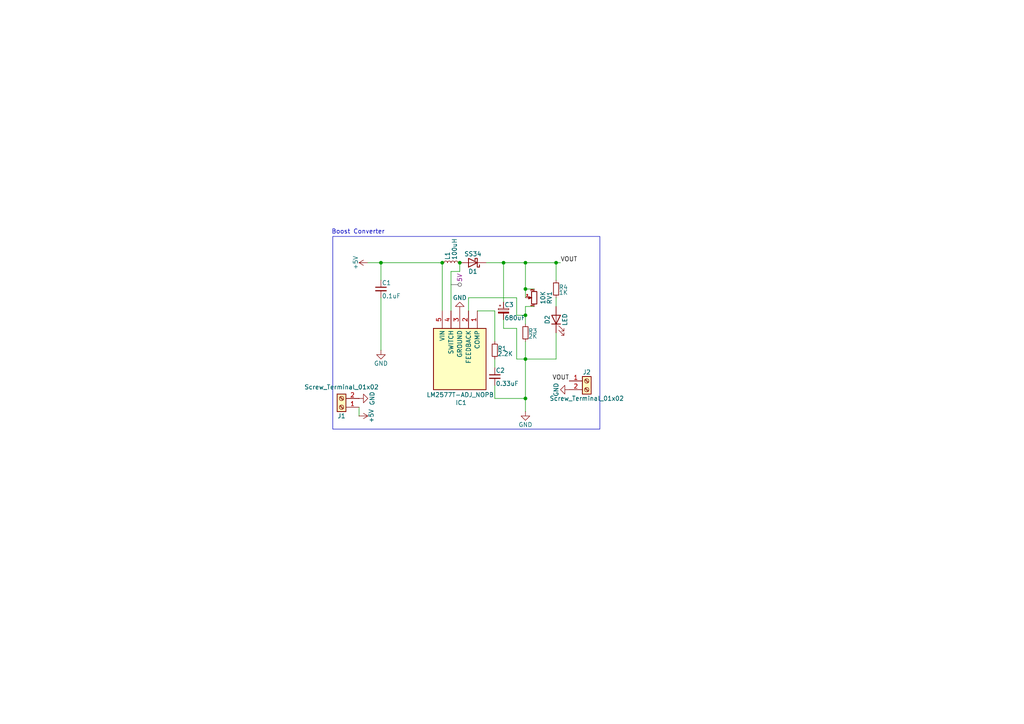
<source format=kicad_sch>
(kicad_sch (version 20231120) (generator "eeschema") (generator_version "8.0")
  (paper "A4")
  (title_block (title "PCB CN14") (date "2024-11-24"))
  (lib_symbols
    (symbol "Connector:Screw_Terminal_01x02" (pin_names (offset 1.016) hide)
      (property "Reference" "J" (at 0 2.54 0))
      (property "Value" "Screw_Terminal_01x02" (at 0 -5.08 0))
      (symbol "Screw_Terminal_01x02_1_1"
        (rectangle (start -1.27 1.27) (end 1.27 -3.81) (stroke (width 0.254)) (fill (type background)))
        (circle (center 0 -2.54) (radius 0.635) (stroke (width 0.1524)))
        (polyline (pts (xy -0.5334 -2.2098) (xy 0.3302 -3.048)) (stroke (width 0.1524)))
        (polyline (pts (xy -0.5334 0.3302) (xy 0.3302 -0.508)) (stroke (width 0.1524)))
        (polyline (pts (xy -0.3556 -2.032) (xy 0.508 -2.8702)) (stroke (width 0.1524)))
        (polyline (pts (xy -0.3556 0.508) (xy 0.508 -0.3302)) (stroke (width 0.1524)))
        (circle (center 0 0) (radius 0.635) (stroke (width 0.1524)))
        (pin passive line (at -5.08 0 0) (length 3.81) (name "Pin_1") (number "1"))
        (pin passive line (at -5.08 -2.54 0) (length 3.81) (name "Pin_2") (number "2"))
      )
    )
    (symbol "Device:C_Polarized_Small" (pin_numbers hide) (pin_names (offset 0.254) hide)
      (property "Reference" "C" (at 0.254 1.778 0))
      (property "Value" "C_Polarized_Small" (at 0.254 -2.032 0))
      (symbol "C_Polarized_Small_0_1"
        (rectangle (start -1.524 -0.3048) (end 1.524 -0.6858) (fill (type outline)))
        (rectangle (start -1.524 0.6858) (end 1.524 0.3048))
        (polyline (pts (xy -1.27 1.524) (xy -0.762 1.524)))
        (polyline (pts (xy -1.016 1.27) (xy -1.016 1.778)))
      )
      (symbol "C_Polarized_Small_1_1"
        (pin passive line (at 0 2.54 270) (length 1.8542) (name "~") (number "1"))
        (pin passive line (at 0 -2.54 90) (length 1.8542) (name "~") (number "2"))
      )
    )
    (symbol "Device:C_Small" (pin_numbers hide) (pin_names (offset 0.254) hide)
      (property "Reference" "C" (at 0.254 1.778 0))
      (property "Value" "C_Small" (at 0.254 -2.032 0))
      (symbol "C_Small_0_1"
        (polyline (pts (xy -1.524 -0.508) (xy 1.524 -0.508)) (stroke (width 0.3302)))
        (polyline (pts (xy -1.524 0.508) (xy 1.524 0.508)) (stroke (width 0.3048)))
      )
      (symbol "C_Small_1_1"
        (pin passive line (at 0 2.54 270) (length 2.032) (name "~") (number "1"))
        (pin passive line (at 0 -2.54 90) (length 2.032) (name "~") (number "2"))
      )
    )
    (symbol "Device:LED" (pin_numbers hide) (pin_names (offset 1.016) hide)
      (property "Reference" "D" (at 0 2.54 0))
      (property "Value" "LED" (at 0 -2.54 0))
      (symbol "LED_0_1"
        (polyline (pts (xy -1.27 -1.27) (xy -1.27 1.27)) (stroke (width 0.254)))
        (polyline (pts (xy -1.27 0) (xy 1.27 0)))
        (polyline (pts (xy 1.27 -1.27) (xy 1.27 1.27) (xy -1.27 0) (xy 1.27 -1.27)) (stroke (width 0.254)))
        (polyline (pts (xy -3.048 -0.762) (xy -4.572 -2.286) (xy -3.81 -2.286) (xy -4.572 -2.286) (xy -4.572 -1.524)))
        (polyline (pts (xy -1.778 -0.762) (xy -3.302 -2.286) (xy -2.54 -2.286) (xy -3.302 -2.286) (xy -3.302 -1.524)))
      )
      (symbol "LED_1_1"
        (pin passive line (at -3.81 0 0) (length 2.54) (name "K") (number "1"))
        (pin passive line (at 3.81 0 180) (length 2.54) (name "A") (number "2"))
      )
    )
    (symbol "Device:L_Small" (pin_numbers hide) (pin_names (offset 0.254) hide)
      (property "Reference" "L" (at 0.762 1.016 0))
      (property "Value" "L_Small" (at 0.762 -1.016 0))
      (symbol "L_Small_0_1"
        (arc (start 0 -2.032) (mid 0.5058 -1.524) (end 0 -1.016))
        (arc (start 0 -1.016) (mid 0.5058 -0.508) (end 0 0))
        (arc (start 0 0) (mid 0.5058 0.508) (end 0 1.016))
        (arc (start 0 1.016) (mid 0.5058 1.524) (end 0 2.032))
      )
      (symbol "L_Small_1_1"
        (pin passive line (at 0 2.54 270) (length 0.508) (name "~") (number "1"))
        (pin passive line (at 0 -2.54 90) (length 0.508) (name "~") (number "2"))
      )
    )
    (symbol "Device:R_Potentiometer_Small" (pin_names (offset 1.016) hide)
      (property "Reference" "RV" (at -4.445 0 90))
      (property "Value" "R_Potentiometer_Small" (at -2.54 0 90))
      (symbol "R_Potentiometer_Small_0_1"
        (polyline (pts (xy 0.889 0) (xy 0.635 0) (xy 1.651 0.381) (xy 1.651 -0.381) (xy 0.635 0) (xy 0.889 0)) (fill (type outline)))
        (rectangle (start 0.762 1.8034) (end -0.762 -1.8034) (stroke (width 0.254)))
      )
      (symbol "R_Potentiometer_Small_1_1"
        (pin passive line (at 0 2.54 270) (length 0.635) (name "1") (number "1"))
        (pin passive line (at 2.54 0 180) (length 0.9906) (name "2") (number "2"))
        (pin passive line (at 0 -2.54 90) (length 0.635) (name "3") (number "3"))
      )
    )
    (symbol "Device:R_Small" (pin_numbers hide) (pin_names (offset 0.254) hide)
      (property "Reference" "R" (at 0.762 0.508 0))
      (property "Value" "R_Small" (at 0.762 -1.016 0))
      (symbol "R_Small_0_1"
        (rectangle (start -0.762 1.778) (end 0.762 -1.778) (stroke (width 0.2032)))
      )
      (symbol "R_Small_1_1"
        (pin passive line (at 0 2.54 270) (length 0.762) (name "~") (number "1"))
        (pin passive line (at 0 -2.54 90) (length 0.762) (name "~") (number "2"))
      )
    )
    (symbol "Diode:1N5821" (pin_numbers hide) (pin_names (offset 1.016) hide)
      (property "Reference" "D" (at 0 2.54 0))
      (property "Value" "1N5821" (at 0 -2.54 0))
      (symbol "1N5821_0_1"
        (polyline (pts (xy 1.27 0) (xy -1.27 0)))
        (polyline (pts (xy 1.27 1.27) (xy 1.27 -1.27) (xy -1.27 0) (xy 1.27 1.27)) (stroke (width 0.254)))
        (polyline (pts (xy -1.905 0.635) (xy -1.905 1.27) (xy -1.27 1.27) (xy -1.27 -1.27) (xy -0.635 -1.27) (xy -0.635 -0.635)) (stroke (width 0.254)))
      )
      (symbol "1N5821_1_1"
        (pin passive line (at -3.81 0 0) (length 2.54) (name "K") (number "1"))
        (pin passive line (at 3.81 0 180) (length 2.54) (name "A") (number "2"))
      )
    )
    (symbol "SamacSys_Parts:LM2577T-ADJ_NOPB"
      (property "Reference" "IC" (at 24.13 7.62 0))
      (property "Value" "LM2577T-ADJ_NOPB" (at 24.13 5.08 0))
      (symbol "LM2577T-ADJ_NOPB_1_1"
        (rectangle (start 5.08 2.54) (end 22.86 -12.7) (stroke (width 0.254)) (fill (type background)))
        (pin passive line (at 0 0 0) (length 5.08) (name "COMP") (number "1"))
        (pin passive line (at 0 -2.54 0) (length 5.08) (name "FEEDBACK") (number "2"))
        (pin passive line (at 0 -5.08 0) (length 5.08) (name "GROUND") (number "3"))
        (pin passive line (at 0 -7.62 0) (length 5.08) (name "SWITCH") (number "4"))
        (pin passive line (at 0 -10.16 0) (length 5.08) (name "VIN") (number "5"))
      )
    )
    (symbol "power:+5V" (power) (pin_numbers hide) (pin_names (offset 0) hide)
      (property "Value" "+5V" (at 0 3.556 0))
      (symbol "+5V_0_1"
        (polyline (pts (xy -0.762 1.27) (xy 0 2.54)))
        (polyline (pts (xy 0 0) (xy 0 2.54)))
        (polyline (pts (xy 0 2.54) (xy 0.762 1.27)))
      )
      (symbol "+5V_1_1"
        (pin power_in line (at 0 0 90) (length 0) (name "~") (number "1"))
      )
    )
    (symbol "power:GND" (power) (pin_numbers hide) (pin_names (offset 0) hide)
      (property "Value" "GND" (at 0 -3.81 0))
      (symbol "GND_0_1"
        (polyline (pts (xy 0 0) (xy 0 -1.27) (xy 1.27 -1.27) (xy 0 -2.54) (xy -1.27 -1.27) (xy 0 -1.27)))
      )
      (symbol "GND_1_1"
        (pin power_in line (at 0 0 270) (length 0) (name "~") (number "1"))
      )
    )
  )
  (junction (at 133.35 76.2))
  (junction (at 128.27 76.2))
  (junction (at 152.4 115.57))
  (junction (at 161.29 76.2))
  (junction (at 146.05 76.2))
  (junction (at 152.4 91.44))
  (junction (at 152.4 83.82))
  (junction (at 152.4 104.14))
  (junction (at 110.49 76.2))
  (junction (at 152.4 76.2))
  (wire (pts (xy 110.49 76.2) (xy 128.27 76.2)))
  (wire (pts (xy 149.86 95.25) (xy 149.86 104.14)))
  (wire (pts (xy 146.05 76.2) (xy 146.05 87.63)))
  (wire (pts (xy 152.4 88.9) (xy 152.4 91.44)))
  (wire (pts (xy 133.35 76.2) (xy 133.35 78.74)))
  (wire (pts (xy 161.29 96.52) (xy 161.29 104.14)))
  (wire (pts (xy 149.86 104.14) (xy 152.4 104.14)))
  (wire (pts (xy 104.14 120.65) (xy 104.14 118.11)))
  (wire (pts (xy 152.4 76.2) (xy 152.4 83.82)))
  (wire (pts (xy 152.4 76.2) (xy 161.29 76.2)))
  (wire (pts (xy 143.51 90.17) (xy 138.43 90.17)))
  (wire (pts (xy 152.4 91.44) (xy 149.86 91.44)))
  (wire (pts (xy 143.51 104.14) (xy 143.51 106.68)))
  (wire (pts (xy 152.4 91.44) (xy 152.4 93.98)))
  (wire (pts (xy 140.97 76.2) (xy 146.05 76.2)))
  (wire (pts (xy 143.51 99.06) (xy 143.51 90.17)))
  (wire (pts (xy 110.49 86.36) (xy 110.49 101.6)))
  (wire (pts (xy 146.05 92.71) (xy 146.05 95.25)))
  (wire (pts (xy 149.86 86.36) (xy 135.89 86.36)))
  (wire (pts (xy 152.4 88.9) (xy 154.94 88.9)))
  (wire (pts (xy 146.05 95.25) (xy 149.86 95.25)))
  (wire (pts (xy 152.4 115.57) (xy 152.4 119.38)))
  (wire (pts (xy 152.4 104.14) (xy 152.4 115.57)))
  (wire (pts (xy 106.68 76.2) (xy 110.49 76.2)))
  (wire (pts (xy 149.86 91.44) (xy 149.86 86.36)))
  (wire (pts (xy 128.27 76.2) (xy 128.27 90.17)))
  (wire (pts (xy 152.4 83.82) (xy 152.4 86.36)))
  (wire (pts (xy 161.29 86.36) (xy 161.29 88.9)))
  (wire (pts (xy 146.05 76.2) (xy 152.4 76.2)))
  (wire (pts (xy 161.29 104.14) (xy 152.4 104.14)))
  (wire (pts (xy 161.29 76.2) (xy 161.29 81.28)))
  (wire (pts (xy 143.51 115.57) (xy 152.4 115.57)))
  (wire (pts (xy 161.29 76.2) (xy 162.56 76.2)))
  (wire (pts (xy 143.51 111.76) (xy 143.51 115.57)))
  (wire (pts (xy 152.4 83.82) (xy 154.94 83.82)))
  (wire (pts (xy 133.35 78.74) (xy 130.81 78.74)))
  (wire (pts (xy 110.49 76.2) (xy 110.49 81.28)))
  (wire (pts (xy 135.89 86.36) (xy 135.89 90.17)))
  (wire (pts (xy 130.81 78.74) (xy 130.81 90.17)))
  (wire (pts (xy 152.4 99.06) (xy 152.4 104.14)))
  (rectangle (start 96.52 68.58) (end 173.99 124.46))
  (text "Boost Converter" (at 103.886 67.31 0) (effects (font (size 1.27 1.27))))
  (label "VOUT" (at 162.56 76.2 0))
  (label "VOUT" (at 165.1 110.49 180))
  (netclass_flag "" (length 2.54) (shape round) (at 130.81 82.55 270) (property "Netclass" "5V" (at 133.35 81.8515 90) (effects (font (italic yes)) (justify left))))
  (symbol (lib_id "Connector:Screw_Terminal_01x02") (at 99.06 118.11 180) (unit 1)
    (property "Reference" "J1" (at 99.06 120.65 0))
    (property "Value" "Screw_Terminal_01x02" (at 99.06 112.268 0))
    (property "Footprint" "TerminalBlock:TerminalBlock_Xinya_XY308-2.54-2P_1x02_P2.54mm_Horizontal" (effects (hide yes)))
    (property "Description" "Generic screw terminal, single row, 01x02, script generated (kicad-library-utils/schlib/autogen/connector/)" (effects (hide yes)))
  )
  (symbol (lib_id "Device:C_Polarized_Small") (at 146.05 90.17 0) (unit 1)
    (property "Reference" "C3" (at 146.304 88.392 0) (effects (justify left)))
    (property "Value" "680uF" (at 146.304 92.202 0) (effects (justify left)))
    (property "Footprint" "Capacitor_SMD:CP_Elec_10x10" (effects (hide yes)))
    (property "Description" "Polarized capacitor, small symbol" (effects (hide yes)))
  )
  (symbol (lib_id "power:GND") (at 133.35 90.17 180) (unit 1)
    (property "Reference" "#PWR03" (effects (hide yes)))
    (property "Value" "GND" (at 133.35 86.36 0))
    (property "Description" "Power symbol creates a global label with name \"GND\" , ground" (effects (hide yes)))
  )
  (symbol (lib_id "Device:R_Small") (at 161.29 83.82 0) (unit 1)
    (property "Reference" "R4" (at 162.052 83.312 0) (effects (justify left)))
    (property "Value" "1K" (at 162.052 84.836 0) (effects (justify left)))
    (property "Footprint" "Resistor_SMD:R_0805_2012Metric" (effects (hide yes)))
    (property "Description" "Resistor, small symbol" (effects (hide yes)))
  )
  (symbol (lib_id "power:GND") (at 110.49 101.6 0) (unit 1)
    (property "Reference" "#PWR02" (effects (hide yes)))
    (property "Value" "GND" (at 110.49 105.41 0))
    (property "Description" "Power symbol creates a global label with name \"GND\" , ground" (effects (hide yes)))
  )
  (symbol (lib_id "power:GND") (at 165.1 113.03 270) (unit 1)
    (property "Reference" "#PWR07" (effects (hide yes)))
    (property "Value" "GND" (at 161.29 113.03 0))
    (property "Description" "Power symbol creates a global label with name \"GND\" , ground" (effects (hide yes)))
  )
  (symbol (lib_id "Diode:1N5821") (at 137.16 76.2 180) (unit 1)
    (property "Reference" "D1" (at 137.16 78.74 0))
    (property "Value" "SS34" (at 137.16 73.66 0))
    (property "Footprint" "Diode_SMD:D_SMA" (effects (hide yes)))
    (property "Datasheet" "http://www.vishay.com/docs/88526/1n5820.pdf" (effects (hide yes)))
    (property "Description" "30V 3A Schottky Barrier Rectifier Diode, DO-201AD" (effects (hide yes)))
  )
  (symbol (lib_id "power:GND") (at 104.14 115.57 90) (unit 1)
    (property "Reference" "#PWR06" (effects (hide yes)))
    (property "Value" "GND" (at 107.95 115.57 0))
    (property "Description" "Power symbol creates a global label with name \"GND\" , ground" (effects (hide yes)))
  )
  (symbol (lib_id "power:+5V") (at 106.68 76.2 90) (unit 1)
    (property "Reference" "#PWR01" (effects (hide yes)))
    (property "Value" "+5V" (at 103.124 76.2 0))
    (property "Description" "Power symbol creates a global label with name \"+5V\"" (effects (hide yes)))
  )
  (symbol (lib_id "Device:R_Small") (at 152.4 96.52 0) (unit 1)
    (property "Reference" "R3" (at 153.162 96.012 0) (effects (justify left)))
    (property "Value" "2K" (at 153.162 97.536 0) (effects (justify left)))
    (property "Footprint" "Resistor_SMD:R_0805_2012Metric" (effects (hide yes)))
    (property "Description" "Resistor, small symbol" (effects (hide yes)))
  )
  (symbol (lib_id "Connector:Screw_Terminal_01x02") (at 170.18 110.49 0) (unit 1)
    (property "Reference" "J2" (at 170.18 107.95 0))
    (property "Value" "Screw_Terminal_01x02" (at 170.18 115.57 0))
    (property "Footprint" "TerminalBlock:TerminalBlock_Xinya_XY308-2.54-2P_1x02_P2.54mm_Horizontal" (effects (hide yes)))
    (property "Description" "Generic screw terminal, single row, 01x02, script generated (kicad-library-utils/schlib/autogen/connector/)" (effects (hide yes)))
  )
  (symbol (lib_id "Device:LED") (at 161.29 92.71 90) (unit 1)
    (property "Reference" "D2" (at 158.75 92.71 0))
    (property "Value" "LED" (at 163.83 92.71 0))
    (property "Footprint" "LED_THT:LED_D3.0mm" (effects (hide yes)))
    (property "Description" "Light emitting diode" (effects (hide yes)))
  )
  (symbol (lib_id "SamacSys_Parts:LM2577T-ADJ_NOPB") (at 138.43 90.17 270) (unit 1)
    (property "Reference" "IC1" (at 132.08 116.078 90) (effects (justify left top)))
    (property "Value" "LM2577T-ADJ_NOPB" (at 123.698 113.792 90) (effects (justify left top)))
    (property "Footprint" "Package_TO_SOT_SMD:TO-263-5_TabPin3" (effects (hide yes)))
    (property "Datasheet" "http://www.ti.com/lit/gpn/LM2577" (effects (hide yes)))
    (property "Description" "SIMPLE SWITCHER&#174; 3.5V to 40V, 3A Low Component Count Step-Up Regulator" (effects (hide yes)))
    (property "Height" "16.51" (effects (hide yes)))
    (property "Manufacturer_Name" "Texas Instruments" (effects (hide yes)))
    (property "Manufacturer_Part_Number" "LM2577T-ADJ/NOPB" (effects (hide yes)))
    (property "Mouser Part Number" "926-LM2577T-ADJ/NOPB" (effects (hide yes)))
    (property "Mouser Price/Stock" "https://www.mouser.co.uk/ProductDetail/Texas-Instruments/LM2577T-ADJ-NOPB?qs=X1J7HmVL2ZHjYX6VahTkbQ%3D%3D" (effects (hide yes)))
    (property "Arrow Part Number" "LM2577T-ADJ/NOPB" (effects (hide yes)))
    (property "Arrow Price/Stock" "https://www.arrow.com/en/products/lm2577t-adjnopb/texas-instruments?region=nac" (effects (hide yes)))
  )
  (symbol (lib_id "Device:C_Small") (at 143.51 109.22 0) (unit 1)
    (property "Reference" "C2" (at 143.764 107.442 0) (effects (justify left)))
    (property "Value" "0.33uF" (at 143.764 111.252 0) (effects (justify left)))
    (property "Footprint" "Capacitor_SMD:C_0805_2012Metric" (effects (hide yes)))
    (property "Description" "Unpolarized capacitor, small symbol" (effects (hide yes)))
  )
  (symbol (lib_id "Device:L_Small") (at 130.81 76.2 90) (unit 1)
    (property "Reference" "L1" (at 129.794 75.438 0) (effects (justify left)))
    (property "Value" "100uH" (at 131.826 75.438 0) (effects (justify left)))
    (property "Footprint" "SamacSys_Parts:SRR1260101M" (effects (hide yes)))
    (property "Description" "Inductor, small symbol" (effects (hide yes)))
  )
  (symbol (lib_id "Device:R_Small") (at 143.51 101.6 0) (unit 1)
    (property "Reference" "R1" (at 144.272 101.092 0) (effects (justify left)))
    (property "Value" "2.2K" (at 144.272 102.616 0) (effects (justify left)))
    (property "Footprint" "Resistor_SMD:R_0805_2012Metric" (effects (hide yes)))
    (property "Description" "Resistor, small symbol" (effects (hide yes)))
  )
  (symbol (lib_id "Device:C_Small") (at 110.49 83.82 0) (unit 1)
    (property "Reference" "C1" (at 110.744 82.042 0) (effects (justify left)))
    (property "Value" "0.1uF" (at 110.744 85.852 0) (effects (justify left)))
    (property "Footprint" "Capacitor_SMD:C_0805_2012Metric" (effects (hide yes)))
    (property "Description" "Unpolarized capacitor, small symbol" (effects (hide yes)))
  )
  (symbol (lib_id "Device:R_Potentiometer_Small") (at 154.94 86.36 180) (unit 1)
    (property "Reference" "RV1" (at 159.385 86.36 90))
    (property "Value" "10K" (at 157.48 86.36 90))
    (property "Footprint" "SamacSys_Parts:3313J1503E" (effects (hide yes)))
    (property "Description" "Potentiometer" (effects (hide yes)))
  )
  (symbol (lib_id "power:+5V") (at 104.14 120.65 270) (unit 1)
    (property "Reference" "#PWR05" (effects (hide yes)))
    (property "Value" "+5V" (at 107.696 120.65 0))
    (property "Description" "Power symbol creates a global label with name \"+5V\"" (effects (hide yes)))
  )
  (symbol (lib_id "power:GND") (at 152.4 119.38 0) (unit 1)
    (property "Reference" "#PWR04" (effects (hide yes)))
    (property "Value" "GND" (at 152.4 123.19 0))
    (property "Description" "Power symbol creates a global label with name \"GND\" , ground" (effects (hide yes)))
  )
)
</source>
